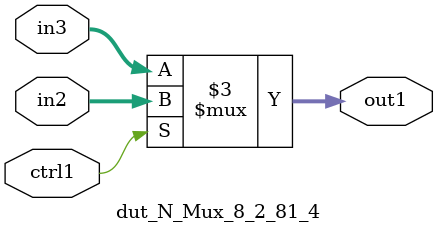
<source format=v>

`timescale 1ps / 1ps


module dut_N_Mux_8_2_81_4( in3, in2, ctrl1, out1 );

    input [7:0] in3;
    input [7:0] in2;
    input ctrl1;
    output [7:0] out1;
    reg [7:0] out1;

    
    // rtl_process:dut_N_Mux_8_2_81_4/dut_N_Mux_8_2_81_4_thread_1
    always @*
      begin : dut_N_Mux_8_2_81_4_thread_1
        case (ctrl1) 
          1'b1: 
            begin
              out1 = in2;
            end
          default: 
            begin
              out1 = in3;
            end
        endcase
      end

endmodule




</source>
